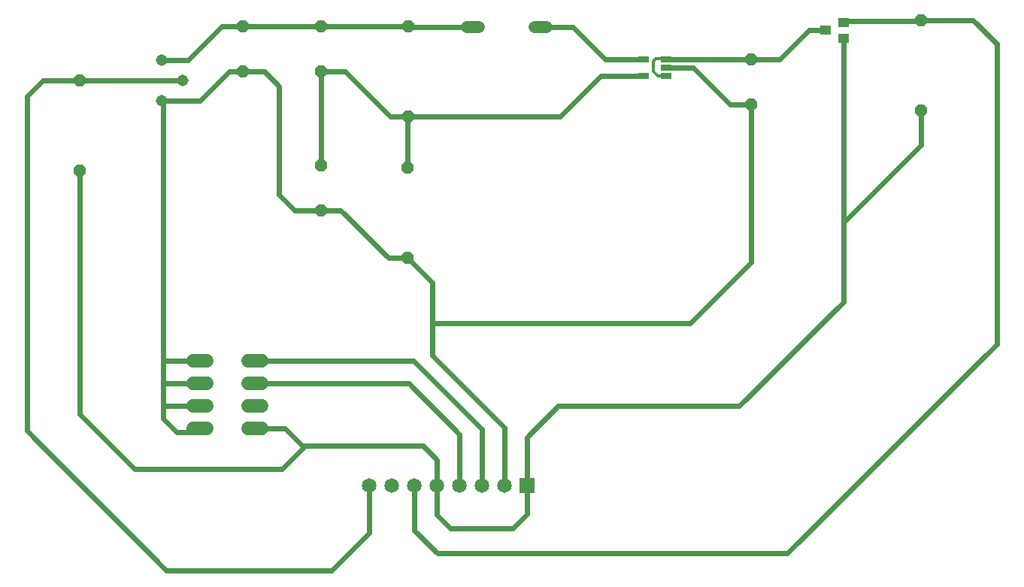
<source format=gbr>
G04 EAGLE Gerber RS-274X export*
G75*
%MOMM*%
%FSLAX34Y34*%
%LPD*%
%INBottom Copper*%
%IPPOS*%
%AMOC8*
5,1,8,0,0,1.08239X$1,22.5*%
G01*
%ADD10R,1.651000X1.651000*%
%ADD11C,1.651000*%
%ADD12R,1.143000X1.016000*%
%ADD13R,1.200000X0.690000*%
%ADD14C,1.308000*%
%ADD15C,1.524000*%
%ADD16P,1.429621X8X112.500000*%
%ADD17P,1.429621X8X292.500000*%
%ADD18C,1.320800*%
%ADD19C,0.609600*%
%ADD20C,0.152400*%
%ADD21C,0.304800*%


D10*
X515900Y14100D03*
D11*
X490500Y14100D03*
X465100Y14100D03*
X439700Y14100D03*
X414300Y14100D03*
X388900Y14100D03*
X363500Y14100D03*
X338100Y14100D03*
D12*
X852040Y527400D03*
X872360Y518510D03*
X872360Y536290D03*
D13*
X672901Y494800D03*
X672901Y485300D03*
X672901Y475800D03*
X646899Y475800D03*
X646899Y494800D03*
D14*
X128580Y470600D03*
X104450Y493460D03*
X104450Y447740D03*
D15*
X140380Y155100D02*
X155620Y155100D01*
X155620Y129700D02*
X140380Y129700D01*
X140380Y104300D02*
X155620Y104300D01*
X155620Y78900D02*
X140380Y78900D01*
D16*
X960000Y437200D03*
X960000Y538800D03*
D15*
X216952Y78445D02*
X201712Y78445D01*
X201712Y103845D02*
X216952Y103845D01*
X216952Y129245D02*
X201712Y129245D01*
X201712Y154645D02*
X216952Y154645D01*
D17*
X768000Y494400D03*
X768000Y443600D03*
D18*
X537704Y531000D02*
X524496Y531000D01*
X461504Y531000D02*
X448296Y531000D01*
D16*
X382000Y430200D03*
X382000Y531800D03*
X381000Y271200D03*
X381000Y372800D03*
D17*
X284000Y531400D03*
X284000Y480600D03*
X284000Y375400D03*
X284000Y324600D03*
X196000Y531400D03*
X196000Y480600D03*
D16*
X12000Y369200D03*
X12000Y470800D03*
D19*
X872360Y506640D02*
X872360Y518510D01*
X266000Y59000D02*
X240000Y33000D01*
X74000Y33000D02*
X12300Y94700D01*
X74000Y33000D02*
X240000Y33000D01*
X872360Y349560D02*
X872360Y518510D01*
X872360Y349560D02*
X872360Y310560D01*
X872360Y221360D01*
X755000Y104000D01*
X551000Y104000D01*
X515900Y68900D01*
X515900Y14100D01*
X515900Y-18100D01*
X500000Y-34000D02*
X430000Y-34000D01*
X414300Y-18300D01*
X414300Y14100D01*
X500000Y-34000D02*
X515900Y-18100D01*
X414300Y14100D02*
X414300Y43700D01*
X399000Y59000D01*
X266000Y59000D01*
X263000Y59000D01*
X243555Y78445D02*
X209332Y78445D01*
X243555Y78445D02*
X263000Y59000D01*
X12300Y368900D02*
X12000Y369200D01*
X12300Y368900D02*
X12300Y94700D01*
X960000Y398200D02*
X960000Y437200D01*
X960000Y398200D02*
X872360Y310560D01*
X454900Y531000D02*
X382800Y531000D01*
X382000Y531800D01*
X284400Y531800D01*
X284000Y531400D01*
X198000Y531400D01*
X196000Y531400D01*
X134460Y493460D02*
X104450Y493460D01*
X172400Y531400D02*
X196000Y531400D01*
X172400Y531400D02*
X134460Y493460D01*
X104450Y447740D02*
X106450Y445740D01*
X106450Y156000D01*
X106450Y131000D01*
X106450Y104000D01*
X106450Y89550D01*
X121100Y74900D01*
X410000Y197480D02*
X699480Y197480D01*
X490500Y79500D02*
X490500Y14100D01*
X490500Y79500D02*
X409000Y161000D01*
X409000Y196480D01*
X410000Y197480D01*
X148000Y78900D02*
X144000Y74900D01*
X121100Y74900D01*
X106750Y104300D02*
X148000Y104300D01*
D20*
X106750Y104300D02*
X106450Y104000D01*
D19*
X107750Y129700D02*
X148000Y129700D01*
D20*
X107750Y129700D02*
X106450Y131000D01*
D19*
X107350Y155100D02*
X148000Y155100D01*
D20*
X107350Y155100D02*
X106450Y156000D01*
D19*
X745000Y443600D02*
X768000Y443600D01*
X768000Y266000D01*
X699480Y197480D01*
X703300Y485300D02*
X672901Y485300D01*
X703300Y485300D02*
X745000Y443600D01*
X220400Y480600D02*
X196000Y480600D01*
X237000Y464000D02*
X237000Y342000D01*
X254400Y324600D01*
X284000Y324600D01*
X237000Y464000D02*
X220400Y480600D01*
X381000Y271200D02*
X409000Y243200D01*
X409000Y196480D01*
X381000Y271200D02*
X359800Y271200D01*
X306400Y324600D02*
X284000Y324600D01*
X306400Y324600D02*
X359800Y271200D01*
X196000Y480600D02*
X180600Y480600D01*
X147740Y447740D02*
X104450Y447740D01*
X147740Y447740D02*
X180600Y480600D01*
X672901Y494800D02*
X767600Y494800D01*
D21*
X672901Y475800D02*
X663200Y475800D01*
X658000Y481000D01*
X658000Y492000D01*
X661000Y495000D01*
X672701Y495000D01*
X672901Y494800D01*
D19*
X767600Y494800D02*
X768000Y494400D01*
X800400Y494400D01*
X833400Y527400D02*
X852040Y527400D01*
X833400Y527400D02*
X800400Y494400D01*
X567699Y531000D02*
X531100Y531000D01*
X603899Y494800D02*
X646899Y494800D01*
X603899Y494800D02*
X567699Y531000D01*
X284000Y480600D02*
X284000Y375400D01*
X284000Y480600D02*
X311400Y480600D01*
X361800Y430200D02*
X382000Y430200D01*
X361800Y430200D02*
X311400Y480600D01*
X381000Y429200D02*
X381000Y372800D01*
X381000Y429200D02*
X382000Y430200D01*
X553200Y430200D01*
X598800Y475800D02*
X646899Y475800D01*
X598800Y475800D02*
X553200Y430200D01*
X439700Y72300D02*
X439700Y14100D01*
X382755Y129245D02*
X209332Y129245D01*
X382755Y129245D02*
X439700Y72300D01*
X388355Y154645D02*
X209332Y154645D01*
X465100Y77900D02*
X465100Y14100D01*
X465100Y77900D02*
X388355Y154645D01*
D20*
X261000Y155000D02*
X260645Y154645D01*
D19*
X209332Y154645D01*
X338100Y14100D02*
X338100Y-38900D01*
X296000Y-81000D02*
X110000Y-81000D01*
X-47000Y76000D01*
X296000Y-81000D02*
X338100Y-38900D01*
X-47000Y76000D02*
X-47000Y452800D01*
X12000Y470800D02*
X128380Y470800D01*
X128580Y470600D01*
X12000Y470800D02*
X-29000Y470800D01*
X-47000Y452800D01*
X872360Y536290D02*
X873790Y537720D01*
X1019280Y537720D02*
X1045000Y512000D01*
X1045000Y174000D01*
X809000Y-62000D02*
X415000Y-62000D01*
X388900Y-35900D01*
X388900Y14100D01*
X809000Y-62000D02*
X1045000Y174000D01*
D20*
X1019280Y537720D02*
X1018200Y538800D01*
D19*
X960000Y538800D01*
X959000Y537800D01*
X873870Y537800D01*
D20*
X872360Y536290D01*
M02*

</source>
